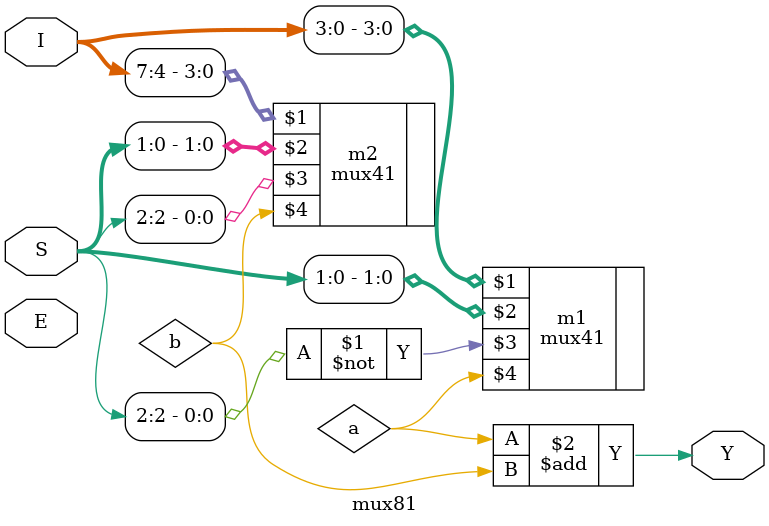
<source format=v>
`timescale 1ns / 1ps
module mux81(I, S, E, Y);
    input [7:0] I;
    input [2:0] S;
    input E;
    output Y;
    wire a, b; 
    
    mux41 m1(I[3:0], S[1:0], ~S[2], a);
    mux41 m2(I[7:4], S[1:0], S[2], b);
    
    assign Y = a + b; 
	 
	 


endmodule

</source>
